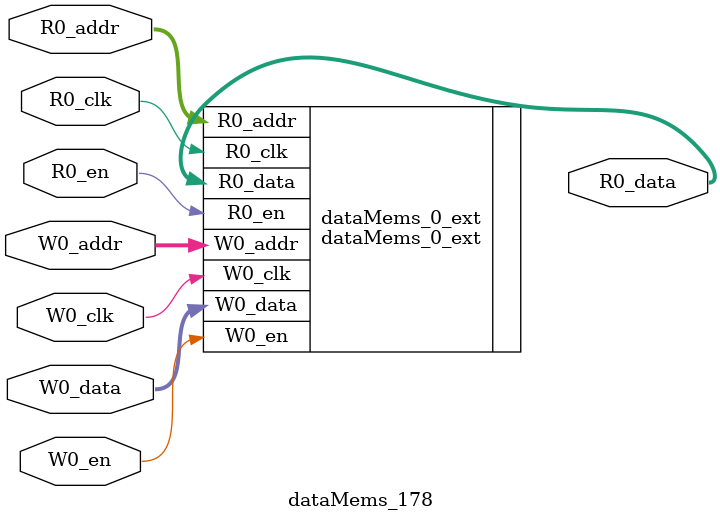
<source format=sv>
`ifndef RANDOMIZE
  `ifdef RANDOMIZE_REG_INIT
    `define RANDOMIZE
  `endif // RANDOMIZE_REG_INIT
`endif // not def RANDOMIZE
`ifndef RANDOMIZE
  `ifdef RANDOMIZE_MEM_INIT
    `define RANDOMIZE
  `endif // RANDOMIZE_MEM_INIT
`endif // not def RANDOMIZE

`ifndef RANDOM
  `define RANDOM $random
`endif // not def RANDOM

// Users can define 'PRINTF_COND' to add an extra gate to prints.
`ifndef PRINTF_COND_
  `ifdef PRINTF_COND
    `define PRINTF_COND_ (`PRINTF_COND)
  `else  // PRINTF_COND
    `define PRINTF_COND_ 1
  `endif // PRINTF_COND
`endif // not def PRINTF_COND_

// Users can define 'ASSERT_VERBOSE_COND' to add an extra gate to assert error printing.
`ifndef ASSERT_VERBOSE_COND_
  `ifdef ASSERT_VERBOSE_COND
    `define ASSERT_VERBOSE_COND_ (`ASSERT_VERBOSE_COND)
  `else  // ASSERT_VERBOSE_COND
    `define ASSERT_VERBOSE_COND_ 1
  `endif // ASSERT_VERBOSE_COND
`endif // not def ASSERT_VERBOSE_COND_

// Users can define 'STOP_COND' to add an extra gate to stop conditions.
`ifndef STOP_COND_
  `ifdef STOP_COND
    `define STOP_COND_ (`STOP_COND)
  `else  // STOP_COND
    `define STOP_COND_ 1
  `endif // STOP_COND
`endif // not def STOP_COND_

// Users can define INIT_RANDOM as general code that gets injected into the
// initializer block for modules with registers.
`ifndef INIT_RANDOM
  `define INIT_RANDOM
`endif // not def INIT_RANDOM

// If using random initialization, you can also define RANDOMIZE_DELAY to
// customize the delay used, otherwise 0.002 is used.
`ifndef RANDOMIZE_DELAY
  `define RANDOMIZE_DELAY 0.002
`endif // not def RANDOMIZE_DELAY

// Define INIT_RANDOM_PROLOG_ for use in our modules below.
`ifndef INIT_RANDOM_PROLOG_
  `ifdef RANDOMIZE
    `ifdef VERILATOR
      `define INIT_RANDOM_PROLOG_ `INIT_RANDOM
    `else  // VERILATOR
      `define INIT_RANDOM_PROLOG_ `INIT_RANDOM #`RANDOMIZE_DELAY begin end
    `endif // VERILATOR
  `else  // RANDOMIZE
    `define INIT_RANDOM_PROLOG_
  `endif // RANDOMIZE
`endif // not def INIT_RANDOM_PROLOG_

// Include register initializers in init blocks unless synthesis is set
`ifndef SYNTHESIS
  `ifndef ENABLE_INITIAL_REG_
    `define ENABLE_INITIAL_REG_
  `endif // not def ENABLE_INITIAL_REG_
`endif // not def SYNTHESIS

// Include rmemory initializers in init blocks unless synthesis is set
`ifndef SYNTHESIS
  `ifndef ENABLE_INITIAL_MEM_
    `define ENABLE_INITIAL_MEM_
  `endif // not def ENABLE_INITIAL_MEM_
`endif // not def SYNTHESIS

module dataMems_178(	// @[generators/ara/src/main/scala/UnsafeAXI4ToTL.scala:365:62]
  input  [4:0]  R0_addr,
  input         R0_en,
  input         R0_clk,
  output [66:0] R0_data,
  input  [4:0]  W0_addr,
  input         W0_en,
  input         W0_clk,
  input  [66:0] W0_data
);

  dataMems_0_ext dataMems_0_ext (	// @[generators/ara/src/main/scala/UnsafeAXI4ToTL.scala:365:62]
    .R0_addr (R0_addr),
    .R0_en   (R0_en),
    .R0_clk  (R0_clk),
    .R0_data (R0_data),
    .W0_addr (W0_addr),
    .W0_en   (W0_en),
    .W0_clk  (W0_clk),
    .W0_data (W0_data)
  );
endmodule


</source>
